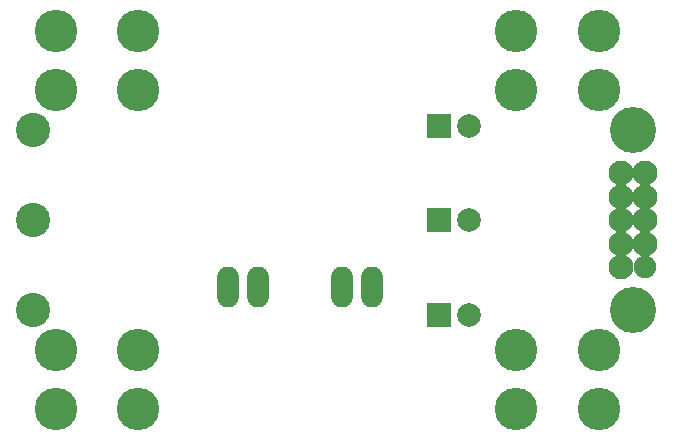
<source format=gbs>
G04 #@! TF.GenerationSoftware,KiCad,Pcbnew,(5.0.0)*
G04 #@! TF.CreationDate,2018-11-03T21:11:35-02:30*
G04 #@! TF.ProjectId,DC-DC Board,44432D444320426F6172642E6B696361,rev?*
G04 #@! TF.SameCoordinates,Original*
G04 #@! TF.FileFunction,Soldermask,Bot*
G04 #@! TF.FilePolarity,Negative*
%FSLAX46Y46*%
G04 Gerber Fmt 4.6, Leading zero omitted, Abs format (unit mm)*
G04 Created by KiCad (PCBNEW (5.0.0)) date 11/03/18 21:11:35*
%MOMM*%
%LPD*%
G01*
G04 APERTURE LIST*
%ADD10O,1.841500X3.479800*%
%ADD11C,1.900000*%
%ADD12C,2.100000*%
%ADD13C,3.900000*%
%ADD14C,2.900000*%
%ADD15C,3.600000*%
%ADD16R,2.000000X2.000000*%
%ADD17C,2.000000*%
G04 APERTURE END LIST*
D10*
G04 #@! TO.C,J6*
X91130000Y-55620000D03*
X93670000Y-55620000D03*
G04 #@! TD*
D11*
G04 #@! TO.C,U1*
X126400000Y-54000000D03*
D12*
X124400000Y-54000000D03*
X124400000Y-52000000D03*
X126400000Y-52000000D03*
X124400000Y-50000000D03*
X126400000Y-50000000D03*
X126400000Y-48000000D03*
X124400000Y-48000000D03*
X126400000Y-46000000D03*
X124400000Y-46000000D03*
D13*
X125400000Y-57620000D03*
X125400000Y-42380000D03*
D14*
X74600000Y-57620000D03*
X74600000Y-50000000D03*
X74600000Y-42380000D03*
G04 #@! TD*
D15*
G04 #@! TO.C,J1*
X76495000Y-34000000D03*
X83505000Y-34000000D03*
X83505000Y-39000000D03*
X76495000Y-39000000D03*
G04 #@! TD*
G04 #@! TO.C,J2*
X76495000Y-61000000D03*
X83505000Y-61000000D03*
X83505000Y-66000000D03*
X76495000Y-66000000D03*
G04 #@! TD*
G04 #@! TO.C,J3*
X115495000Y-34000000D03*
X122505000Y-34000000D03*
X122505000Y-39000000D03*
X115495000Y-39000000D03*
G04 #@! TD*
G04 #@! TO.C,J4*
X115495000Y-61000000D03*
X122505000Y-61000000D03*
X122505000Y-66000000D03*
X115495000Y-66000000D03*
G04 #@! TD*
D16*
G04 #@! TO.C,C6*
X109000000Y-58000000D03*
D17*
X111500000Y-58000000D03*
G04 #@! TD*
D16*
G04 #@! TO.C,C8*
X109000000Y-42000000D03*
D17*
X111500000Y-42000000D03*
G04 #@! TD*
D16*
G04 #@! TO.C,C10*
X109000000Y-50000000D03*
D17*
X111500000Y-50000000D03*
G04 #@! TD*
D10*
G04 #@! TO.C,J5*
X103270000Y-55620000D03*
X100730000Y-55620000D03*
G04 #@! TD*
M02*

</source>
